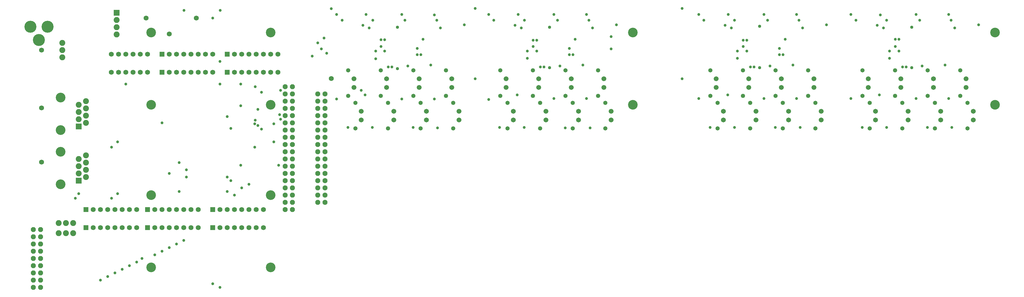
<source format=gbs>
G75*
G70*
%OFA0B0*%
%FSLAX24Y24*%
%IPPOS*%
%LPD*%
%AMOC8*
5,1,8,0,0,1.08239X$1,22.5*
%
%ADD10C,0.1330*%
%ADD11R,0.0680X0.0680*%
%ADD12C,0.0680*%
%ADD13OC8,0.0680*%
%ADD14C,0.1340*%
%ADD15C,0.0820*%
%ADD16R,0.0820X0.0820*%
%ADD17C,0.0580*%
%ADD18C,0.0674*%
%ADD19C,0.1660*%
%ADD20C,0.0440*%
%ADD21C,0.0390*%
D10*
X020193Y003651D03*
X036693Y003651D03*
X036693Y013651D03*
X020193Y013651D03*
X020193Y026151D03*
X036693Y026151D03*
X036693Y036151D03*
X020193Y036151D03*
X086693Y036151D03*
X086693Y026151D03*
X136693Y026151D03*
X136693Y036151D03*
D11*
X030693Y033151D03*
X030693Y030651D03*
X021693Y030651D03*
X021693Y033151D03*
X019693Y011651D03*
X019693Y009151D03*
X011193Y009151D03*
X011193Y011651D03*
X028693Y011651D03*
X028693Y009151D03*
D12*
X029693Y009151D03*
X030693Y009151D03*
X031693Y009151D03*
X032693Y009151D03*
X033693Y009151D03*
X034693Y009151D03*
X035693Y009151D03*
X035693Y011651D03*
X034693Y011651D03*
X033693Y011651D03*
X032693Y011651D03*
X031693Y011651D03*
X030693Y011651D03*
X029693Y011651D03*
X026693Y011651D03*
X025693Y011651D03*
X024693Y011651D03*
X023693Y011651D03*
X022693Y011651D03*
X021693Y011651D03*
X020693Y011651D03*
X018193Y011651D03*
X017193Y011651D03*
X016193Y011651D03*
X015193Y011651D03*
X014193Y011651D03*
X013193Y011651D03*
X012193Y011651D03*
X012193Y009151D03*
X013193Y009151D03*
X014193Y009151D03*
X015193Y009151D03*
X016193Y009151D03*
X017193Y009151D03*
X018193Y009151D03*
X020693Y009151D03*
X021693Y009151D03*
X022693Y009151D03*
X023693Y009151D03*
X024693Y009151D03*
X025693Y009151D03*
X026693Y009151D03*
X005068Y018214D03*
X005068Y025714D03*
X014693Y030651D03*
X015693Y030651D03*
X016693Y030651D03*
X017693Y030651D03*
X018693Y030651D03*
X019693Y030651D03*
X022693Y030651D03*
X023693Y030651D03*
X024693Y030651D03*
X025693Y030651D03*
X026693Y030651D03*
X027693Y030651D03*
X028693Y030651D03*
X031693Y030651D03*
X032693Y030651D03*
X033693Y030651D03*
X034693Y030651D03*
X035693Y030651D03*
X036693Y030651D03*
X037693Y030651D03*
X045068Y029776D03*
X037693Y033151D03*
X036693Y033151D03*
X035693Y033151D03*
X034693Y033151D03*
X033693Y033151D03*
X032693Y033151D03*
X031693Y033151D03*
X028693Y033151D03*
X027693Y033151D03*
X026693Y033151D03*
X025693Y033151D03*
X024693Y033151D03*
X023693Y033151D03*
X022693Y033151D03*
X019693Y033151D03*
X018693Y033151D03*
X017693Y033151D03*
X016693Y033151D03*
X015693Y033151D03*
X014693Y033151D03*
X005068Y033714D03*
X019506Y038151D03*
X026443Y038151D03*
X022693Y035964D03*
D13*
X003943Y000901D03*
X004943Y000901D03*
X004943Y001901D03*
X003943Y001901D03*
X003943Y002901D03*
X004943Y002901D03*
X004943Y003901D03*
X003943Y003901D03*
X003943Y004901D03*
X004943Y004901D03*
X004943Y005901D03*
X003943Y005901D03*
X003943Y006901D03*
X004943Y006901D03*
X004943Y007901D03*
X003943Y007901D03*
X003943Y008901D03*
X004943Y008901D03*
X038693Y011651D03*
X039693Y011651D03*
X039693Y012651D03*
X038693Y012651D03*
X038693Y013651D03*
X039693Y013651D03*
X039693Y014651D03*
X038693Y014651D03*
X038693Y015651D03*
X039693Y015651D03*
X039693Y016651D03*
X038693Y016651D03*
X038693Y017651D03*
X039693Y017651D03*
X039693Y018651D03*
X038693Y018651D03*
X038693Y019651D03*
X039693Y019651D03*
X039693Y020651D03*
X038693Y020651D03*
X038693Y021651D03*
X039693Y021651D03*
X039693Y022651D03*
X038693Y022651D03*
X038693Y023651D03*
X039693Y023651D03*
X039693Y024651D03*
X038693Y024651D03*
X038693Y025651D03*
X039693Y025651D03*
X039693Y026651D03*
X038693Y026651D03*
X038693Y027651D03*
X039693Y027651D03*
X039693Y028651D03*
X038693Y028651D03*
X043193Y027651D03*
X044193Y027651D03*
X044193Y026651D03*
X043193Y026651D03*
X043193Y025651D03*
X044193Y025651D03*
X044193Y024651D03*
X043193Y024651D03*
X043193Y023651D03*
X044193Y023651D03*
X044193Y022651D03*
X043193Y022651D03*
X043193Y021651D03*
X044193Y021651D03*
X044193Y020651D03*
X043193Y020651D03*
X043193Y019651D03*
X044193Y019651D03*
X044193Y018651D03*
X043193Y018651D03*
X043193Y017651D03*
X044193Y017651D03*
X044193Y016651D03*
X043193Y016651D03*
X043193Y015651D03*
X044193Y015651D03*
X044193Y014651D03*
X043193Y014651D03*
X043193Y013651D03*
X044193Y013651D03*
X044193Y012651D03*
X043193Y012651D03*
D14*
X007693Y015151D03*
X007693Y019651D03*
X007693Y022651D03*
X007693Y027151D03*
D15*
X011193Y026651D03*
X010193Y026151D03*
X011193Y025651D03*
X010193Y025151D03*
X011193Y024651D03*
X010193Y024151D03*
X011193Y023651D03*
X011193Y019151D03*
X010193Y018651D03*
X011193Y018151D03*
X010193Y017651D03*
X011193Y017151D03*
X010193Y016651D03*
X011193Y016151D03*
X009443Y009776D03*
X008443Y009776D03*
X007443Y009776D03*
X007443Y008401D03*
X008443Y008401D03*
X009443Y008401D03*
X007943Y032714D03*
X007943Y033714D03*
X007943Y034714D03*
X015443Y035901D03*
X015443Y036901D03*
X015443Y037901D03*
D16*
X015443Y038901D03*
X010193Y023151D03*
X010193Y015651D03*
D17*
X048422Y022880D03*
X052922Y022880D03*
X057422Y022880D03*
X061922Y022880D03*
X069422Y022880D03*
X073922Y022880D03*
X078422Y022880D03*
X082922Y022880D03*
X082922Y026423D03*
X081922Y027380D03*
X078422Y026423D03*
X077422Y027380D03*
X073922Y026423D03*
X072922Y027380D03*
X069422Y026423D03*
X068422Y027380D03*
X061922Y026423D03*
X060922Y027380D03*
X057422Y026423D03*
X056422Y027380D03*
X052922Y026423D03*
X051922Y027380D03*
X048422Y026423D03*
X047422Y027380D03*
X047422Y030923D03*
X051922Y030923D03*
X056422Y030923D03*
X060922Y030923D03*
X068422Y030923D03*
X072922Y030923D03*
X077422Y030923D03*
X081922Y030923D03*
X097422Y030923D03*
X101922Y030923D03*
X106422Y030923D03*
X110922Y030923D03*
X118422Y030923D03*
X122922Y030923D03*
X127422Y030923D03*
X131922Y030923D03*
X131922Y027380D03*
X132922Y026423D03*
X128422Y026423D03*
X127422Y027380D03*
X123922Y026423D03*
X122922Y027380D03*
X119422Y026423D03*
X118422Y027380D03*
X111922Y026423D03*
X110922Y027380D03*
X107422Y026423D03*
X106422Y027380D03*
X102922Y026423D03*
X101922Y027380D03*
X098422Y026423D03*
X097422Y027380D03*
X098422Y022880D03*
X102922Y022880D03*
X107422Y022880D03*
X111922Y022880D03*
X119422Y022880D03*
X123922Y022880D03*
X128422Y022880D03*
X132922Y022880D03*
D18*
X133693Y024061D03*
X133693Y025242D03*
X129193Y025242D03*
X129193Y024061D03*
X124693Y024061D03*
X124693Y025242D03*
X120193Y025242D03*
X120193Y024061D03*
X112693Y024061D03*
X112693Y025242D03*
X108193Y025242D03*
X108193Y024061D03*
X103693Y024061D03*
X103693Y025242D03*
X099193Y025242D03*
X099193Y024061D03*
X083693Y024061D03*
X083693Y025242D03*
X079193Y025242D03*
X079193Y024061D03*
X074693Y024061D03*
X074693Y025242D03*
X070193Y025242D03*
X070193Y024061D03*
X062693Y024061D03*
X062693Y025242D03*
X058193Y025242D03*
X058193Y024061D03*
X053693Y024061D03*
X053693Y025242D03*
X049193Y025242D03*
X049193Y024061D03*
X048193Y028561D03*
X048193Y029742D03*
X052693Y029742D03*
X052693Y028561D03*
X057193Y028561D03*
X057193Y029742D03*
X061693Y029742D03*
X061693Y028561D03*
X069193Y028561D03*
X069193Y029742D03*
X073693Y029742D03*
X073693Y028561D03*
X078193Y028561D03*
X078193Y029742D03*
X082693Y029742D03*
X082693Y028561D03*
X098193Y028561D03*
X098193Y029742D03*
X102693Y029742D03*
X102693Y028561D03*
X107193Y028561D03*
X107193Y029742D03*
X111693Y029742D03*
X111693Y028561D03*
X119193Y028561D03*
X119193Y029742D03*
X123693Y029742D03*
X123693Y028561D03*
X128193Y028561D03*
X128193Y029742D03*
X132693Y029742D03*
X132693Y028561D03*
D19*
X005899Y036964D03*
X003537Y036964D03*
X004718Y035113D03*
D20*
X054193Y036901D03*
X054193Y031151D03*
X075193Y031276D03*
X075193Y036901D03*
X104193Y037026D03*
X104193Y031276D03*
X125193Y031276D03*
X125193Y036901D03*
D21*
X126318Y037839D03*
X125818Y038651D03*
X121756Y037863D03*
X120443Y037151D03*
X121318Y036776D03*
X117506Y037839D03*
X116818Y038651D03*
X113443Y037214D03*
X110131Y036776D03*
X109631Y037839D03*
X109318Y038651D03*
X105318Y037839D03*
X104818Y038651D03*
X100756Y037839D03*
X099443Y037151D03*
X100318Y036776D03*
X096506Y037839D03*
X095818Y038651D03*
X093506Y039502D03*
X099881Y038651D03*
X101943Y035089D03*
X102443Y035089D03*
X101943Y034214D03*
X102443Y033589D03*
X101131Y033589D03*
X101131Y032589D03*
X102943Y031401D03*
X103443Y031401D03*
X105631Y031526D03*
X108818Y031651D03*
X107443Y033089D03*
X106943Y033089D03*
X106943Y033964D03*
X107756Y035214D03*
X120881Y038589D03*
X130318Y038651D03*
X130631Y037839D03*
X131131Y036776D03*
X134443Y037214D03*
X123443Y035214D03*
X122943Y035214D03*
X122943Y034214D03*
X123443Y033589D03*
X122131Y033589D03*
X122131Y032589D03*
X123943Y031401D03*
X124443Y031401D03*
X126631Y031526D03*
X129818Y031651D03*
X120756Y027526D03*
X116818Y027026D03*
X109318Y027026D03*
X104818Y027026D03*
X099818Y027526D03*
X095818Y027026D03*
X093507Y029742D03*
X080318Y027026D03*
X075818Y027026D03*
X070756Y027526D03*
X066818Y026901D03*
X059318Y026964D03*
X054818Y026964D03*
X049756Y027526D03*
X049193Y028151D03*
X045818Y026964D03*
X038068Y028151D03*
X035443Y027901D03*
X034568Y028651D03*
X032568Y029026D03*
X029693Y029026D03*
X029693Y032151D03*
X016693Y029026D03*
X032568Y026026D03*
X034943Y025526D03*
X037943Y024776D03*
X038068Y024151D03*
X037131Y023526D03*
X034943Y023276D03*
X034506Y023526D03*
X034568Y024026D03*
X035443Y022776D03*
X031193Y022901D03*
X030693Y024526D03*
X021693Y023651D03*
X015568Y021026D03*
X014756Y020276D03*
X024068Y018151D03*
X025068Y017151D03*
X022693Y016651D03*
X025068Y016151D03*
X030693Y016151D03*
X031193Y015651D03*
X032693Y014651D03*
X033693Y015151D03*
X030693Y014151D03*
X031693Y013651D03*
X024068Y014151D03*
X015568Y013839D03*
X014756Y013214D03*
X010193Y013839D03*
X009756Y013214D03*
X024693Y007401D03*
X023693Y006901D03*
X022693Y006401D03*
X021693Y005901D03*
X020693Y005401D03*
X018943Y004901D03*
X018193Y004401D03*
X017193Y003901D03*
X016193Y003401D03*
X015193Y002901D03*
X014193Y002401D03*
X013193Y001901D03*
X028693Y001401D03*
X029693Y000901D03*
X032568Y017776D03*
X037818Y017776D03*
X034506Y020276D03*
X037131Y021026D03*
X047381Y023026D03*
X050756Y023026D03*
X056381Y023026D03*
X059756Y022964D03*
X068318Y023026D03*
X071693Y023026D03*
X077381Y022964D03*
X080818Y022964D03*
X097381Y023026D03*
X100756Y023026D03*
X106381Y023026D03*
X109818Y023026D03*
X118381Y023026D03*
X121756Y023004D03*
X127381Y023026D03*
X130756Y023026D03*
X130318Y027026D03*
X125818Y027026D03*
X084443Y037214D03*
X081131Y036776D03*
X080631Y037839D03*
X080318Y038651D03*
X076318Y037839D03*
X075818Y038651D03*
X071756Y037839D03*
X070443Y037151D03*
X071318Y036776D03*
X067506Y037839D03*
X066818Y038651D03*
X064929Y039502D03*
X059318Y038589D03*
X059631Y037839D03*
X060131Y036776D03*
X063443Y037214D03*
X057756Y035214D03*
X056943Y033964D03*
X056943Y033089D03*
X057443Y033089D03*
X052443Y033589D03*
X051943Y034214D03*
X051193Y033589D03*
X051193Y032526D03*
X052943Y031401D03*
X053443Y031401D03*
X055631Y031526D03*
X058818Y031651D03*
X064943Y029742D03*
X073943Y031401D03*
X074443Y031401D03*
X076631Y031526D03*
X079818Y031651D03*
X078443Y033089D03*
X077943Y033089D03*
X077943Y033964D03*
X078756Y035214D03*
X073443Y035089D03*
X072943Y035089D03*
X072943Y034214D03*
X073443Y033589D03*
X072131Y033589D03*
X072131Y032589D03*
X083693Y033901D03*
X083693Y035589D03*
X070881Y038651D03*
X055256Y037839D03*
X054818Y038651D03*
X050818Y037839D03*
X049443Y037151D03*
X050318Y036776D03*
X046568Y037839D03*
X045818Y038651D03*
X045068Y039464D03*
X049881Y038651D03*
X051943Y035151D03*
X052443Y035151D03*
X044443Y033276D03*
X042443Y032901D03*
X043693Y033901D03*
X043193Y034714D03*
X044068Y035401D03*
X029756Y039214D03*
X028693Y038151D03*
X024756Y039214D03*
M02*

</source>
